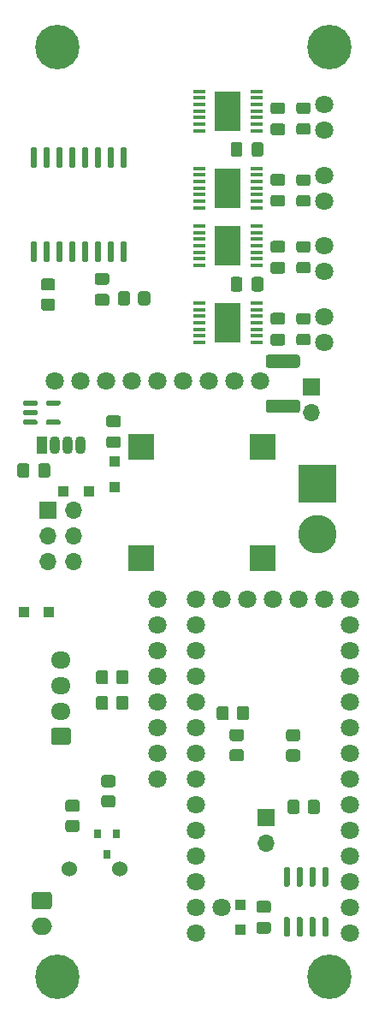
<source format=gbr>
%TF.GenerationSoftware,KiCad,Pcbnew,5.1.10*%
%TF.CreationDate,2021-06-27T22:38:49+02:00*%
%TF.ProjectId,fc_v2,66635f76-322e-46b6-9963-61645f706362,rev?*%
%TF.SameCoordinates,Original*%
%TF.FileFunction,Soldermask,Bot*%
%TF.FilePolarity,Negative*%
%FSLAX46Y46*%
G04 Gerber Fmt 4.6, Leading zero omitted, Abs format (unit mm)*
G04 Created by KiCad (PCBNEW 5.1.10) date 2021-06-27 22:38:49*
%MOMM*%
%LPD*%
G01*
G04 APERTURE LIST*
%ADD10O,2.000000X1.700000*%
%ADD11O,1.700000X1.700000*%
%ADD12R,1.700000X1.700000*%
%ADD13R,1.000000X1.000000*%
%ADD14C,0.700000*%
%ADD15C,4.400000*%
%ADD16R,0.800000X0.900000*%
%ADD17C,1.524000*%
%ADD18O,1.950000X1.700000*%
%ADD19C,1.800000*%
%ADD20R,1.310000X0.450000*%
%ADD21R,2.650000X4.000000*%
%ADD22C,0.800000*%
%ADD23C,3.800000*%
%ADD24R,3.800000X3.800000*%
%ADD25R,1.070000X1.800000*%
%ADD26O,1.070000X1.800000*%
%ADD27R,2.500000X2.500000*%
G04 APERTURE END LIST*
%TO.C,JP3*%
G36*
G01*
X149786000Y-95260000D02*
X146886000Y-95260000D01*
G75*
G02*
X146636000Y-95010000I0J250000D01*
G01*
X146636000Y-94210000D01*
G75*
G02*
X146886000Y-93960000I250000J0D01*
G01*
X149786000Y-93960000D01*
G75*
G02*
X150036000Y-94210000I0J-250000D01*
G01*
X150036000Y-95010000D01*
G75*
G02*
X149786000Y-95260000I-250000J0D01*
G01*
G37*
G36*
G01*
X149786000Y-99710000D02*
X146886000Y-99710000D01*
G75*
G02*
X146636000Y-99460000I0J250000D01*
G01*
X146636000Y-98660000D01*
G75*
G02*
X146886000Y-98410000I250000J0D01*
G01*
X149786000Y-98410000D01*
G75*
G02*
X150036000Y-98660000I0J-250000D01*
G01*
X150036000Y-99460000D01*
G75*
G02*
X149786000Y-99710000I-250000J0D01*
G01*
G37*
%TD*%
D10*
%TO.C,JP2*%
X124460000Y-150455000D03*
G36*
G01*
X123710000Y-147105000D02*
X125210000Y-147105000D01*
G75*
G02*
X125460000Y-147355000I0J-250000D01*
G01*
X125460000Y-148555000D01*
G75*
G02*
X125210000Y-148805000I-250000J0D01*
G01*
X123710000Y-148805000D01*
G75*
G02*
X123460000Y-148555000I0J250000D01*
G01*
X123460000Y-147355000D01*
G75*
G02*
X123710000Y-147105000I250000J0D01*
G01*
G37*
%TD*%
%TO.C,U17*%
G36*
G01*
X122610000Y-100770000D02*
X122610000Y-100520000D01*
G75*
G02*
X122735000Y-100395000I125000J0D01*
G01*
X123910000Y-100395000D01*
G75*
G02*
X124035000Y-100520000I0J-125000D01*
G01*
X124035000Y-100770000D01*
G75*
G02*
X123910000Y-100895000I-125000J0D01*
G01*
X122735000Y-100895000D01*
G75*
G02*
X122610000Y-100770000I0J125000D01*
G01*
G37*
G36*
G01*
X122610000Y-99820000D02*
X122610000Y-99570000D01*
G75*
G02*
X122735000Y-99445000I125000J0D01*
G01*
X123910000Y-99445000D01*
G75*
G02*
X124035000Y-99570000I0J-125000D01*
G01*
X124035000Y-99820000D01*
G75*
G02*
X123910000Y-99945000I-125000J0D01*
G01*
X122735000Y-99945000D01*
G75*
G02*
X122610000Y-99820000I0J125000D01*
G01*
G37*
G36*
G01*
X122610000Y-98870000D02*
X122610000Y-98620000D01*
G75*
G02*
X122735000Y-98495000I125000J0D01*
G01*
X123910000Y-98495000D01*
G75*
G02*
X124035000Y-98620000I0J-125000D01*
G01*
X124035000Y-98870000D01*
G75*
G02*
X123910000Y-98995000I-125000J0D01*
G01*
X122735000Y-98995000D01*
G75*
G02*
X122610000Y-98870000I0J125000D01*
G01*
G37*
G36*
G01*
X124885000Y-98870000D02*
X124885000Y-98620000D01*
G75*
G02*
X125010000Y-98495000I125000J0D01*
G01*
X126185000Y-98495000D01*
G75*
G02*
X126310000Y-98620000I0J-125000D01*
G01*
X126310000Y-98870000D01*
G75*
G02*
X126185000Y-98995000I-125000J0D01*
G01*
X125010000Y-98995000D01*
G75*
G02*
X124885000Y-98870000I0J125000D01*
G01*
G37*
G36*
G01*
X124885000Y-100770000D02*
X124885000Y-100520000D01*
G75*
G02*
X125010000Y-100395000I125000J0D01*
G01*
X126185000Y-100395000D01*
G75*
G02*
X126310000Y-100520000I0J-125000D01*
G01*
X126310000Y-100770000D01*
G75*
G02*
X126185000Y-100895000I-125000J0D01*
G01*
X125010000Y-100895000D01*
G75*
G02*
X124885000Y-100770000I0J125000D01*
G01*
G37*
%TD*%
D11*
%TO.C,SW1*%
X151130000Y-99695000D03*
D12*
X151130000Y-97155000D03*
%TD*%
D13*
%TO.C,D11*%
X129139000Y-107442000D03*
X126639000Y-107442000D03*
%TD*%
%TO.C,D9*%
X125202000Y-119380000D03*
X122702000Y-119380000D03*
%TD*%
%TO.C,D4*%
X144145000Y-148347000D03*
X144145000Y-150847000D03*
%TD*%
%TO.C,D1*%
X131699000Y-104532000D03*
X131699000Y-107032000D03*
%TD*%
D11*
%TO.C,JP1*%
X146685000Y-142240000D03*
D12*
X146685000Y-139700000D03*
%TD*%
D14*
%TO.C,H5*%
X154074726Y-62333274D03*
X152908000Y-61850000D03*
X151741274Y-62333274D03*
X151258000Y-63500000D03*
X151741274Y-64666726D03*
X152908000Y-65150000D03*
X154074726Y-64666726D03*
X154558000Y-63500000D03*
D15*
X152908000Y-63500000D03*
%TD*%
D14*
%TO.C,H4*%
X127150726Y-154281274D03*
X125984000Y-153798000D03*
X124817274Y-154281274D03*
X124334000Y-155448000D03*
X124817274Y-156614726D03*
X125984000Y-157098000D03*
X127150726Y-156614726D03*
X127634000Y-155448000D03*
D15*
X125984000Y-155448000D03*
%TD*%
D14*
%TO.C,H2*%
X127150726Y-62333274D03*
X125984000Y-61850000D03*
X124817274Y-62333274D03*
X124334000Y-63500000D03*
X124817274Y-64666726D03*
X125984000Y-65150000D03*
X127150726Y-64666726D03*
X127634000Y-63500000D03*
D15*
X125984000Y-63500000D03*
%TD*%
D14*
%TO.C,H1*%
X154074726Y-154281274D03*
X152908000Y-153798000D03*
X151741274Y-154281274D03*
X151258000Y-155448000D03*
X151741274Y-156614726D03*
X152908000Y-157098000D03*
X154074726Y-156614726D03*
X154558000Y-155448000D03*
D15*
X152908000Y-155448000D03*
%TD*%
D16*
%TO.C,Q1*%
X130937000Y-143367000D03*
X131887000Y-141367000D03*
X129987000Y-141367000D03*
%TD*%
D17*
%TO.C,BZ1*%
X132190500Y-144780000D03*
X127190500Y-144780000D03*
%TD*%
D11*
%TO.C,J1*%
X127635000Y-114427000D03*
X125095000Y-114427000D03*
X127635000Y-111887000D03*
X125095000Y-111887000D03*
X127635000Y-109347000D03*
D12*
X125095000Y-109347000D03*
%TD*%
%TO.C,C9*%
G36*
G01*
X123226500Y-104935000D02*
X123226500Y-105885000D01*
G75*
G02*
X122976500Y-106135000I-250000J0D01*
G01*
X122301500Y-106135000D01*
G75*
G02*
X122051500Y-105885000I0J250000D01*
G01*
X122051500Y-104935000D01*
G75*
G02*
X122301500Y-104685000I250000J0D01*
G01*
X122976500Y-104685000D01*
G75*
G02*
X123226500Y-104935000I0J-250000D01*
G01*
G37*
G36*
G01*
X125301500Y-104935000D02*
X125301500Y-105885000D01*
G75*
G02*
X125051500Y-106135000I-250000J0D01*
G01*
X124376500Y-106135000D01*
G75*
G02*
X124126500Y-105885000I0J250000D01*
G01*
X124126500Y-104935000D01*
G75*
G02*
X124376500Y-104685000I250000J0D01*
G01*
X125051500Y-104685000D01*
G75*
G02*
X125301500Y-104935000I0J-250000D01*
G01*
G37*
%TD*%
%TO.C,J2*%
G36*
G01*
X127090000Y-132549000D02*
X125640000Y-132549000D01*
G75*
G02*
X125390000Y-132299000I0J250000D01*
G01*
X125390000Y-131099000D01*
G75*
G02*
X125640000Y-130849000I250000J0D01*
G01*
X127090000Y-130849000D01*
G75*
G02*
X127340000Y-131099000I0J-250000D01*
G01*
X127340000Y-132299000D01*
G75*
G02*
X127090000Y-132549000I-250000J0D01*
G01*
G37*
D18*
X126365000Y-129199000D03*
X126365000Y-126699000D03*
X126365000Y-124199000D03*
%TD*%
D19*
%TO.C,U1*%
X154940000Y-151130000D03*
X154940000Y-148590000D03*
X154940000Y-146050000D03*
X154940000Y-143510000D03*
X154940000Y-140970000D03*
X154940000Y-138430000D03*
X154940000Y-135890000D03*
X154940000Y-133350000D03*
X154940000Y-130810000D03*
X154940000Y-128270000D03*
X154940000Y-125730000D03*
X154940000Y-123190000D03*
X154940000Y-120650000D03*
X142240000Y-148590000D03*
X139700000Y-151130000D03*
X139700000Y-148590000D03*
X139700000Y-146050000D03*
X139700000Y-143510000D03*
X139700000Y-140970000D03*
X139700000Y-138430000D03*
X139700000Y-135890000D03*
X139700000Y-133350000D03*
X139700000Y-130810000D03*
X139700000Y-128270000D03*
X139700000Y-125730000D03*
X139700000Y-123190000D03*
X139700000Y-120650000D03*
X154940000Y-118110000D03*
X152400000Y-118110000D03*
X149860000Y-118110000D03*
X139700000Y-118110000D03*
X142240000Y-118110000D03*
X144780000Y-118110000D03*
X147320000Y-118110000D03*
%TD*%
%TO.C,C1*%
G36*
G01*
X145956000Y-150056000D02*
X146906000Y-150056000D01*
G75*
G02*
X147156000Y-150306000I0J-250000D01*
G01*
X147156000Y-150981000D01*
G75*
G02*
X146906000Y-151231000I-250000J0D01*
G01*
X145956000Y-151231000D01*
G75*
G02*
X145706000Y-150981000I0J250000D01*
G01*
X145706000Y-150306000D01*
G75*
G02*
X145956000Y-150056000I250000J0D01*
G01*
G37*
G36*
G01*
X145956000Y-147981000D02*
X146906000Y-147981000D01*
G75*
G02*
X147156000Y-148231000I0J-250000D01*
G01*
X147156000Y-148906000D01*
G75*
G02*
X146906000Y-149156000I-250000J0D01*
G01*
X145956000Y-149156000D01*
G75*
G02*
X145706000Y-148906000I0J250000D01*
G01*
X145706000Y-148231000D01*
G75*
G02*
X145956000Y-147981000I250000J0D01*
G01*
G37*
%TD*%
%TO.C,U16*%
G36*
G01*
X132738000Y-84796000D02*
X132438000Y-84796000D01*
G75*
G02*
X132288000Y-84646000I0J150000D01*
G01*
X132288000Y-82896000D01*
G75*
G02*
X132438000Y-82746000I150000J0D01*
G01*
X132738000Y-82746000D01*
G75*
G02*
X132888000Y-82896000I0J-150000D01*
G01*
X132888000Y-84646000D01*
G75*
G02*
X132738000Y-84796000I-150000J0D01*
G01*
G37*
G36*
G01*
X131468000Y-84796000D02*
X131168000Y-84796000D01*
G75*
G02*
X131018000Y-84646000I0J150000D01*
G01*
X131018000Y-82896000D01*
G75*
G02*
X131168000Y-82746000I150000J0D01*
G01*
X131468000Y-82746000D01*
G75*
G02*
X131618000Y-82896000I0J-150000D01*
G01*
X131618000Y-84646000D01*
G75*
G02*
X131468000Y-84796000I-150000J0D01*
G01*
G37*
G36*
G01*
X130198000Y-84796000D02*
X129898000Y-84796000D01*
G75*
G02*
X129748000Y-84646000I0J150000D01*
G01*
X129748000Y-82896000D01*
G75*
G02*
X129898000Y-82746000I150000J0D01*
G01*
X130198000Y-82746000D01*
G75*
G02*
X130348000Y-82896000I0J-150000D01*
G01*
X130348000Y-84646000D01*
G75*
G02*
X130198000Y-84796000I-150000J0D01*
G01*
G37*
G36*
G01*
X128928000Y-84796000D02*
X128628000Y-84796000D01*
G75*
G02*
X128478000Y-84646000I0J150000D01*
G01*
X128478000Y-82896000D01*
G75*
G02*
X128628000Y-82746000I150000J0D01*
G01*
X128928000Y-82746000D01*
G75*
G02*
X129078000Y-82896000I0J-150000D01*
G01*
X129078000Y-84646000D01*
G75*
G02*
X128928000Y-84796000I-150000J0D01*
G01*
G37*
G36*
G01*
X127658000Y-84796000D02*
X127358000Y-84796000D01*
G75*
G02*
X127208000Y-84646000I0J150000D01*
G01*
X127208000Y-82896000D01*
G75*
G02*
X127358000Y-82746000I150000J0D01*
G01*
X127658000Y-82746000D01*
G75*
G02*
X127808000Y-82896000I0J-150000D01*
G01*
X127808000Y-84646000D01*
G75*
G02*
X127658000Y-84796000I-150000J0D01*
G01*
G37*
G36*
G01*
X126388000Y-84796000D02*
X126088000Y-84796000D01*
G75*
G02*
X125938000Y-84646000I0J150000D01*
G01*
X125938000Y-82896000D01*
G75*
G02*
X126088000Y-82746000I150000J0D01*
G01*
X126388000Y-82746000D01*
G75*
G02*
X126538000Y-82896000I0J-150000D01*
G01*
X126538000Y-84646000D01*
G75*
G02*
X126388000Y-84796000I-150000J0D01*
G01*
G37*
G36*
G01*
X125118000Y-84796000D02*
X124818000Y-84796000D01*
G75*
G02*
X124668000Y-84646000I0J150000D01*
G01*
X124668000Y-82896000D01*
G75*
G02*
X124818000Y-82746000I150000J0D01*
G01*
X125118000Y-82746000D01*
G75*
G02*
X125268000Y-82896000I0J-150000D01*
G01*
X125268000Y-84646000D01*
G75*
G02*
X125118000Y-84796000I-150000J0D01*
G01*
G37*
G36*
G01*
X123848000Y-84796000D02*
X123548000Y-84796000D01*
G75*
G02*
X123398000Y-84646000I0J150000D01*
G01*
X123398000Y-82896000D01*
G75*
G02*
X123548000Y-82746000I150000J0D01*
G01*
X123848000Y-82746000D01*
G75*
G02*
X123998000Y-82896000I0J-150000D01*
G01*
X123998000Y-84646000D01*
G75*
G02*
X123848000Y-84796000I-150000J0D01*
G01*
G37*
G36*
G01*
X123848000Y-75496000D02*
X123548000Y-75496000D01*
G75*
G02*
X123398000Y-75346000I0J150000D01*
G01*
X123398000Y-73596000D01*
G75*
G02*
X123548000Y-73446000I150000J0D01*
G01*
X123848000Y-73446000D01*
G75*
G02*
X123998000Y-73596000I0J-150000D01*
G01*
X123998000Y-75346000D01*
G75*
G02*
X123848000Y-75496000I-150000J0D01*
G01*
G37*
G36*
G01*
X125118000Y-75496000D02*
X124818000Y-75496000D01*
G75*
G02*
X124668000Y-75346000I0J150000D01*
G01*
X124668000Y-73596000D01*
G75*
G02*
X124818000Y-73446000I150000J0D01*
G01*
X125118000Y-73446000D01*
G75*
G02*
X125268000Y-73596000I0J-150000D01*
G01*
X125268000Y-75346000D01*
G75*
G02*
X125118000Y-75496000I-150000J0D01*
G01*
G37*
G36*
G01*
X126388000Y-75496000D02*
X126088000Y-75496000D01*
G75*
G02*
X125938000Y-75346000I0J150000D01*
G01*
X125938000Y-73596000D01*
G75*
G02*
X126088000Y-73446000I150000J0D01*
G01*
X126388000Y-73446000D01*
G75*
G02*
X126538000Y-73596000I0J-150000D01*
G01*
X126538000Y-75346000D01*
G75*
G02*
X126388000Y-75496000I-150000J0D01*
G01*
G37*
G36*
G01*
X127658000Y-75496000D02*
X127358000Y-75496000D01*
G75*
G02*
X127208000Y-75346000I0J150000D01*
G01*
X127208000Y-73596000D01*
G75*
G02*
X127358000Y-73446000I150000J0D01*
G01*
X127658000Y-73446000D01*
G75*
G02*
X127808000Y-73596000I0J-150000D01*
G01*
X127808000Y-75346000D01*
G75*
G02*
X127658000Y-75496000I-150000J0D01*
G01*
G37*
G36*
G01*
X128928000Y-75496000D02*
X128628000Y-75496000D01*
G75*
G02*
X128478000Y-75346000I0J150000D01*
G01*
X128478000Y-73596000D01*
G75*
G02*
X128628000Y-73446000I150000J0D01*
G01*
X128928000Y-73446000D01*
G75*
G02*
X129078000Y-73596000I0J-150000D01*
G01*
X129078000Y-75346000D01*
G75*
G02*
X128928000Y-75496000I-150000J0D01*
G01*
G37*
G36*
G01*
X130198000Y-75496000D02*
X129898000Y-75496000D01*
G75*
G02*
X129748000Y-75346000I0J150000D01*
G01*
X129748000Y-73596000D01*
G75*
G02*
X129898000Y-73446000I150000J0D01*
G01*
X130198000Y-73446000D01*
G75*
G02*
X130348000Y-73596000I0J-150000D01*
G01*
X130348000Y-75346000D01*
G75*
G02*
X130198000Y-75496000I-150000J0D01*
G01*
G37*
G36*
G01*
X131468000Y-75496000D02*
X131168000Y-75496000D01*
G75*
G02*
X131018000Y-75346000I0J150000D01*
G01*
X131018000Y-73596000D01*
G75*
G02*
X131168000Y-73446000I150000J0D01*
G01*
X131468000Y-73446000D01*
G75*
G02*
X131618000Y-73596000I0J-150000D01*
G01*
X131618000Y-75346000D01*
G75*
G02*
X131468000Y-75496000I-150000J0D01*
G01*
G37*
G36*
G01*
X132738000Y-75496000D02*
X132438000Y-75496000D01*
G75*
G02*
X132288000Y-75346000I0J150000D01*
G01*
X132288000Y-73596000D01*
G75*
G02*
X132438000Y-73446000I150000J0D01*
G01*
X132738000Y-73446000D01*
G75*
G02*
X132888000Y-73596000I0J-150000D01*
G01*
X132888000Y-75346000D01*
G75*
G02*
X132738000Y-75496000I-150000J0D01*
G01*
G37*
%TD*%
%TO.C,U4*%
G36*
G01*
X152677000Y-151532000D02*
X152377000Y-151532000D01*
G75*
G02*
X152227000Y-151382000I0J150000D01*
G01*
X152227000Y-149732000D01*
G75*
G02*
X152377000Y-149582000I150000J0D01*
G01*
X152677000Y-149582000D01*
G75*
G02*
X152827000Y-149732000I0J-150000D01*
G01*
X152827000Y-151382000D01*
G75*
G02*
X152677000Y-151532000I-150000J0D01*
G01*
G37*
G36*
G01*
X151407000Y-151532000D02*
X151107000Y-151532000D01*
G75*
G02*
X150957000Y-151382000I0J150000D01*
G01*
X150957000Y-149732000D01*
G75*
G02*
X151107000Y-149582000I150000J0D01*
G01*
X151407000Y-149582000D01*
G75*
G02*
X151557000Y-149732000I0J-150000D01*
G01*
X151557000Y-151382000D01*
G75*
G02*
X151407000Y-151532000I-150000J0D01*
G01*
G37*
G36*
G01*
X150137000Y-151532000D02*
X149837000Y-151532000D01*
G75*
G02*
X149687000Y-151382000I0J150000D01*
G01*
X149687000Y-149732000D01*
G75*
G02*
X149837000Y-149582000I150000J0D01*
G01*
X150137000Y-149582000D01*
G75*
G02*
X150287000Y-149732000I0J-150000D01*
G01*
X150287000Y-151382000D01*
G75*
G02*
X150137000Y-151532000I-150000J0D01*
G01*
G37*
G36*
G01*
X148867000Y-151532000D02*
X148567000Y-151532000D01*
G75*
G02*
X148417000Y-151382000I0J150000D01*
G01*
X148417000Y-149732000D01*
G75*
G02*
X148567000Y-149582000I150000J0D01*
G01*
X148867000Y-149582000D01*
G75*
G02*
X149017000Y-149732000I0J-150000D01*
G01*
X149017000Y-151382000D01*
G75*
G02*
X148867000Y-151532000I-150000J0D01*
G01*
G37*
G36*
G01*
X148867000Y-146582000D02*
X148567000Y-146582000D01*
G75*
G02*
X148417000Y-146432000I0J150000D01*
G01*
X148417000Y-144782000D01*
G75*
G02*
X148567000Y-144632000I150000J0D01*
G01*
X148867000Y-144632000D01*
G75*
G02*
X149017000Y-144782000I0J-150000D01*
G01*
X149017000Y-146432000D01*
G75*
G02*
X148867000Y-146582000I-150000J0D01*
G01*
G37*
G36*
G01*
X150137000Y-146582000D02*
X149837000Y-146582000D01*
G75*
G02*
X149687000Y-146432000I0J150000D01*
G01*
X149687000Y-144782000D01*
G75*
G02*
X149837000Y-144632000I150000J0D01*
G01*
X150137000Y-144632000D01*
G75*
G02*
X150287000Y-144782000I0J-150000D01*
G01*
X150287000Y-146432000D01*
G75*
G02*
X150137000Y-146582000I-150000J0D01*
G01*
G37*
G36*
G01*
X151407000Y-146582000D02*
X151107000Y-146582000D01*
G75*
G02*
X150957000Y-146432000I0J150000D01*
G01*
X150957000Y-144782000D01*
G75*
G02*
X151107000Y-144632000I150000J0D01*
G01*
X151407000Y-144632000D01*
G75*
G02*
X151557000Y-144782000I0J-150000D01*
G01*
X151557000Y-146432000D01*
G75*
G02*
X151407000Y-146582000I-150000J0D01*
G01*
G37*
G36*
G01*
X152677000Y-146582000D02*
X152377000Y-146582000D01*
G75*
G02*
X152227000Y-146432000I0J150000D01*
G01*
X152227000Y-144782000D01*
G75*
G02*
X152377000Y-144632000I150000J0D01*
G01*
X152677000Y-144632000D01*
G75*
G02*
X152827000Y-144782000I0J-150000D01*
G01*
X152827000Y-146432000D01*
G75*
G02*
X152677000Y-146582000I-150000J0D01*
G01*
G37*
%TD*%
%TO.C,R13*%
G36*
G01*
X149984000Y-138233999D02*
X149984000Y-139134001D01*
G75*
G02*
X149734001Y-139384000I-249999J0D01*
G01*
X149033999Y-139384000D01*
G75*
G02*
X148784000Y-139134001I0J249999D01*
G01*
X148784000Y-138233999D01*
G75*
G02*
X149033999Y-137984000I249999J0D01*
G01*
X149734001Y-137984000D01*
G75*
G02*
X149984000Y-138233999I0J-249999D01*
G01*
G37*
G36*
G01*
X151984000Y-138233999D02*
X151984000Y-139134001D01*
G75*
G02*
X151734001Y-139384000I-249999J0D01*
G01*
X151033999Y-139384000D01*
G75*
G02*
X150784000Y-139134001I0J249999D01*
G01*
X150784000Y-138233999D01*
G75*
G02*
X151033999Y-137984000I249999J0D01*
G01*
X151734001Y-137984000D01*
G75*
G02*
X151984000Y-138233999I0J-249999D01*
G01*
G37*
%TD*%
D20*
%TO.C,U14*%
X140025000Y-71800000D03*
X140025000Y-71150000D03*
X140025000Y-70500000D03*
X140030000Y-69850000D03*
X140025000Y-69200000D03*
X140025000Y-68550000D03*
X140025000Y-67900000D03*
X145725000Y-67900000D03*
X145725000Y-68550000D03*
X145725000Y-69200000D03*
X145725000Y-69850000D03*
X145725000Y-70500000D03*
X145725000Y-71150000D03*
X145725000Y-71800000D03*
D21*
X142875000Y-69850000D03*
D22*
X142036800Y-71374000D03*
X143713200Y-71374000D03*
X142875000Y-71374000D03*
X142036800Y-69951600D03*
X142875000Y-69951600D03*
X143713200Y-69951600D03*
X142036800Y-68478400D03*
X142875000Y-68478400D03*
X143713200Y-68478400D03*
%TD*%
D20*
%TO.C,U13*%
X140025000Y-79420000D03*
X140025000Y-78770000D03*
X140025000Y-78120000D03*
X140030000Y-77470000D03*
X140025000Y-76820000D03*
X140025000Y-76170000D03*
X140025000Y-75520000D03*
X145725000Y-75520000D03*
X145725000Y-76170000D03*
X145725000Y-76820000D03*
X145725000Y-77470000D03*
X145725000Y-78120000D03*
X145725000Y-78770000D03*
X145725000Y-79420000D03*
D21*
X142875000Y-77470000D03*
D22*
X142036800Y-78994000D03*
X143713200Y-78994000D03*
X142875000Y-78994000D03*
X142036800Y-77571600D03*
X142875000Y-77571600D03*
X143713200Y-77571600D03*
X142036800Y-76098400D03*
X142875000Y-76098400D03*
X143713200Y-76098400D03*
%TD*%
D20*
%TO.C,U12*%
X140025000Y-85135000D03*
X140025000Y-84485000D03*
X140025000Y-83835000D03*
X140030000Y-83185000D03*
X140025000Y-82535000D03*
X140025000Y-81885000D03*
X140025000Y-81235000D03*
X145725000Y-81235000D03*
X145725000Y-81885000D03*
X145725000Y-82535000D03*
X145725000Y-83185000D03*
X145725000Y-83835000D03*
X145725000Y-84485000D03*
X145725000Y-85135000D03*
D21*
X142875000Y-83185000D03*
D22*
X142036800Y-84709000D03*
X143713200Y-84709000D03*
X142875000Y-84709000D03*
X142036800Y-83286600D03*
X142875000Y-83286600D03*
X143713200Y-83286600D03*
X142036800Y-81813400D03*
X142875000Y-81813400D03*
X143713200Y-81813400D03*
%TD*%
D20*
%TO.C,U11*%
X140025000Y-92755000D03*
X140025000Y-92105000D03*
X140025000Y-91455000D03*
X140030000Y-90805000D03*
X140025000Y-90155000D03*
X140025000Y-89505000D03*
X140025000Y-88855000D03*
X145725000Y-88855000D03*
X145725000Y-89505000D03*
X145725000Y-90155000D03*
X145725000Y-90805000D03*
X145725000Y-91455000D03*
X145725000Y-92105000D03*
X145725000Y-92755000D03*
D21*
X142875000Y-90805000D03*
D22*
X142036800Y-92329000D03*
X143713200Y-92329000D03*
X142875000Y-92329000D03*
X142036800Y-90906600D03*
X142875000Y-90906600D03*
X143713200Y-90906600D03*
X142036800Y-89433400D03*
X142875000Y-89433400D03*
X143713200Y-89433400D03*
%TD*%
%TO.C,R10*%
G36*
G01*
X148901999Y-133004000D02*
X149802001Y-133004000D01*
G75*
G02*
X150052000Y-133253999I0J-249999D01*
G01*
X150052000Y-133954001D01*
G75*
G02*
X149802001Y-134204000I-249999J0D01*
G01*
X148901999Y-134204000D01*
G75*
G02*
X148652000Y-133954001I0J249999D01*
G01*
X148652000Y-133253999D01*
G75*
G02*
X148901999Y-133004000I249999J0D01*
G01*
G37*
G36*
G01*
X148901999Y-131004000D02*
X149802001Y-131004000D01*
G75*
G02*
X150052000Y-131253999I0J-249999D01*
G01*
X150052000Y-131954001D01*
G75*
G02*
X149802001Y-132204000I-249999J0D01*
G01*
X148901999Y-132204000D01*
G75*
G02*
X148652000Y-131954001I0J249999D01*
G01*
X148652000Y-131253999D01*
G75*
G02*
X148901999Y-131004000I249999J0D01*
G01*
G37*
%TD*%
%TO.C,R9*%
G36*
G01*
X127958001Y-139173000D02*
X127057999Y-139173000D01*
G75*
G02*
X126808000Y-138923001I0J249999D01*
G01*
X126808000Y-138222999D01*
G75*
G02*
X127057999Y-137973000I249999J0D01*
G01*
X127958001Y-137973000D01*
G75*
G02*
X128208000Y-138222999I0J-249999D01*
G01*
X128208000Y-138923001D01*
G75*
G02*
X127958001Y-139173000I-249999J0D01*
G01*
G37*
G36*
G01*
X127958001Y-141173000D02*
X127057999Y-141173000D01*
G75*
G02*
X126808000Y-140923001I0J249999D01*
G01*
X126808000Y-140222999D01*
G75*
G02*
X127057999Y-139973000I249999J0D01*
G01*
X127958001Y-139973000D01*
G75*
G02*
X128208000Y-140222999I0J-249999D01*
G01*
X128208000Y-140923001D01*
G75*
G02*
X127958001Y-141173000I-249999J0D01*
G01*
G37*
%TD*%
%TO.C,R8*%
G36*
G01*
X134004000Y-88842001D02*
X134004000Y-87941999D01*
G75*
G02*
X134253999Y-87692000I249999J0D01*
G01*
X134954001Y-87692000D01*
G75*
G02*
X135204000Y-87941999I0J-249999D01*
G01*
X135204000Y-88842001D01*
G75*
G02*
X134954001Y-89092000I-249999J0D01*
G01*
X134253999Y-89092000D01*
G75*
G02*
X134004000Y-88842001I0J249999D01*
G01*
G37*
G36*
G01*
X132004000Y-88842001D02*
X132004000Y-87941999D01*
G75*
G02*
X132253999Y-87692000I249999J0D01*
G01*
X132954001Y-87692000D01*
G75*
G02*
X133204000Y-87941999I0J-249999D01*
G01*
X133204000Y-88842001D01*
G75*
G02*
X132954001Y-89092000I-249999J0D01*
G01*
X132253999Y-89092000D01*
G75*
G02*
X132004000Y-88842001I0J249999D01*
G01*
G37*
%TD*%
%TO.C,R6*%
G36*
G01*
X131514001Y-136744000D02*
X130613999Y-136744000D01*
G75*
G02*
X130364000Y-136494001I0J249999D01*
G01*
X130364000Y-135793999D01*
G75*
G02*
X130613999Y-135544000I249999J0D01*
G01*
X131514001Y-135544000D01*
G75*
G02*
X131764000Y-135793999I0J-249999D01*
G01*
X131764000Y-136494001D01*
G75*
G02*
X131514001Y-136744000I-249999J0D01*
G01*
G37*
G36*
G01*
X131514001Y-138744000D02*
X130613999Y-138744000D01*
G75*
G02*
X130364000Y-138494001I0J249999D01*
G01*
X130364000Y-137793999D01*
G75*
G02*
X130613999Y-137544000I249999J0D01*
G01*
X131514001Y-137544000D01*
G75*
G02*
X131764000Y-137793999I0J-249999D01*
G01*
X131764000Y-138494001D01*
G75*
G02*
X131514001Y-138744000I-249999J0D01*
G01*
G37*
%TD*%
%TO.C,R5*%
G36*
G01*
X125545001Y-87611000D02*
X124644999Y-87611000D01*
G75*
G02*
X124395000Y-87361001I0J249999D01*
G01*
X124395000Y-86660999D01*
G75*
G02*
X124644999Y-86411000I249999J0D01*
G01*
X125545001Y-86411000D01*
G75*
G02*
X125795000Y-86660999I0J-249999D01*
G01*
X125795000Y-87361001D01*
G75*
G02*
X125545001Y-87611000I-249999J0D01*
G01*
G37*
G36*
G01*
X125545001Y-89611000D02*
X124644999Y-89611000D01*
G75*
G02*
X124395000Y-89361001I0J249999D01*
G01*
X124395000Y-88660999D01*
G75*
G02*
X124644999Y-88411000I249999J0D01*
G01*
X125545001Y-88411000D01*
G75*
G02*
X125795000Y-88660999I0J-249999D01*
G01*
X125795000Y-89361001D01*
G75*
G02*
X125545001Y-89611000I-249999J0D01*
G01*
G37*
%TD*%
%TO.C,R4*%
G36*
G01*
X131045000Y-127946999D02*
X131045000Y-128847001D01*
G75*
G02*
X130795001Y-129097000I-249999J0D01*
G01*
X130094999Y-129097000D01*
G75*
G02*
X129845000Y-128847001I0J249999D01*
G01*
X129845000Y-127946999D01*
G75*
G02*
X130094999Y-127697000I249999J0D01*
G01*
X130795001Y-127697000D01*
G75*
G02*
X131045000Y-127946999I0J-249999D01*
G01*
G37*
G36*
G01*
X133045000Y-127946999D02*
X133045000Y-128847001D01*
G75*
G02*
X132795001Y-129097000I-249999J0D01*
G01*
X132094999Y-129097000D01*
G75*
G02*
X131845000Y-128847001I0J249999D01*
G01*
X131845000Y-127946999D01*
G75*
G02*
X132094999Y-127697000I249999J0D01*
G01*
X132795001Y-127697000D01*
G75*
G02*
X133045000Y-127946999I0J-249999D01*
G01*
G37*
%TD*%
%TO.C,R3*%
G36*
G01*
X131045000Y-125406999D02*
X131045000Y-126307001D01*
G75*
G02*
X130795001Y-126557000I-249999J0D01*
G01*
X130094999Y-126557000D01*
G75*
G02*
X129845000Y-126307001I0J249999D01*
G01*
X129845000Y-125406999D01*
G75*
G02*
X130094999Y-125157000I249999J0D01*
G01*
X130795001Y-125157000D01*
G75*
G02*
X131045000Y-125406999I0J-249999D01*
G01*
G37*
G36*
G01*
X133045000Y-125406999D02*
X133045000Y-126307001D01*
G75*
G02*
X132795001Y-126557000I-249999J0D01*
G01*
X132094999Y-126557000D01*
G75*
G02*
X131845000Y-126307001I0J249999D01*
G01*
X131845000Y-125406999D01*
G75*
G02*
X132094999Y-125157000I249999J0D01*
G01*
X132795001Y-125157000D01*
G75*
G02*
X133045000Y-125406999I0J-249999D01*
G01*
G37*
%TD*%
%TO.C,R2*%
G36*
G01*
X143313999Y-132988000D02*
X144214001Y-132988000D01*
G75*
G02*
X144464000Y-133237999I0J-249999D01*
G01*
X144464000Y-133938001D01*
G75*
G02*
X144214001Y-134188000I-249999J0D01*
G01*
X143313999Y-134188000D01*
G75*
G02*
X143064000Y-133938001I0J249999D01*
G01*
X143064000Y-133237999D01*
G75*
G02*
X143313999Y-132988000I249999J0D01*
G01*
G37*
G36*
G01*
X143313999Y-130988000D02*
X144214001Y-130988000D01*
G75*
G02*
X144464000Y-131237999I0J-249999D01*
G01*
X144464000Y-131938001D01*
G75*
G02*
X144214001Y-132188000I-249999J0D01*
G01*
X143313999Y-132188000D01*
G75*
G02*
X143064000Y-131938001I0J249999D01*
G01*
X143064000Y-131237999D01*
G75*
G02*
X143313999Y-130988000I249999J0D01*
G01*
G37*
%TD*%
%TO.C,R1*%
G36*
G01*
X142983000Y-128962999D02*
X142983000Y-129863001D01*
G75*
G02*
X142733001Y-130113000I-249999J0D01*
G01*
X142032999Y-130113000D01*
G75*
G02*
X141783000Y-129863001I0J249999D01*
G01*
X141783000Y-128962999D01*
G75*
G02*
X142032999Y-128713000I249999J0D01*
G01*
X142733001Y-128713000D01*
G75*
G02*
X142983000Y-128962999I0J-249999D01*
G01*
G37*
G36*
G01*
X144983000Y-128962999D02*
X144983000Y-129863001D01*
G75*
G02*
X144733001Y-130113000I-249999J0D01*
G01*
X144032999Y-130113000D01*
G75*
G02*
X143783000Y-129863001I0J249999D01*
G01*
X143783000Y-128962999D01*
G75*
G02*
X144032999Y-128713000I249999J0D01*
G01*
X144733001Y-128713000D01*
G75*
G02*
X144983000Y-128962999I0J-249999D01*
G01*
G37*
%TD*%
%TO.C,D12*%
G36*
G01*
X149917999Y-71062000D02*
X150818001Y-71062000D01*
G75*
G02*
X151068000Y-71311999I0J-249999D01*
G01*
X151068000Y-71962001D01*
G75*
G02*
X150818001Y-72212000I-249999J0D01*
G01*
X149917999Y-72212000D01*
G75*
G02*
X149668000Y-71962001I0J249999D01*
G01*
X149668000Y-71311999D01*
G75*
G02*
X149917999Y-71062000I249999J0D01*
G01*
G37*
G36*
G01*
X149917999Y-69012000D02*
X150818001Y-69012000D01*
G75*
G02*
X151068000Y-69261999I0J-249999D01*
G01*
X151068000Y-69912001D01*
G75*
G02*
X150818001Y-70162000I-249999J0D01*
G01*
X149917999Y-70162000D01*
G75*
G02*
X149668000Y-69912001I0J249999D01*
G01*
X149668000Y-69261999D01*
G75*
G02*
X149917999Y-69012000I249999J0D01*
G01*
G37*
%TD*%
%TO.C,D10*%
G36*
G01*
X149917999Y-78165000D02*
X150818001Y-78165000D01*
G75*
G02*
X151068000Y-78414999I0J-249999D01*
G01*
X151068000Y-79065001D01*
G75*
G02*
X150818001Y-79315000I-249999J0D01*
G01*
X149917999Y-79315000D01*
G75*
G02*
X149668000Y-79065001I0J249999D01*
G01*
X149668000Y-78414999D01*
G75*
G02*
X149917999Y-78165000I249999J0D01*
G01*
G37*
G36*
G01*
X149917999Y-76115000D02*
X150818001Y-76115000D01*
G75*
G02*
X151068000Y-76364999I0J-249999D01*
G01*
X151068000Y-77015001D01*
G75*
G02*
X150818001Y-77265000I-249999J0D01*
G01*
X149917999Y-77265000D01*
G75*
G02*
X149668000Y-77015001I0J249999D01*
G01*
X149668000Y-76364999D01*
G75*
G02*
X149917999Y-76115000I249999J0D01*
G01*
G37*
%TD*%
%TO.C,D8*%
G36*
G01*
X149917999Y-84778000D02*
X150818001Y-84778000D01*
G75*
G02*
X151068000Y-85027999I0J-249999D01*
G01*
X151068000Y-85678001D01*
G75*
G02*
X150818001Y-85928000I-249999J0D01*
G01*
X149917999Y-85928000D01*
G75*
G02*
X149668000Y-85678001I0J249999D01*
G01*
X149668000Y-85027999D01*
G75*
G02*
X149917999Y-84778000I249999J0D01*
G01*
G37*
G36*
G01*
X149917999Y-82728000D02*
X150818001Y-82728000D01*
G75*
G02*
X151068000Y-82977999I0J-249999D01*
G01*
X151068000Y-83628001D01*
G75*
G02*
X150818001Y-83878000I-249999J0D01*
G01*
X149917999Y-83878000D01*
G75*
G02*
X149668000Y-83628001I0J249999D01*
G01*
X149668000Y-82977999D01*
G75*
G02*
X149917999Y-82728000I249999J0D01*
G01*
G37*
%TD*%
%TO.C,D6*%
G36*
G01*
X149917999Y-91890000D02*
X150818001Y-91890000D01*
G75*
G02*
X151068000Y-92139999I0J-249999D01*
G01*
X151068000Y-92790001D01*
G75*
G02*
X150818001Y-93040000I-249999J0D01*
G01*
X149917999Y-93040000D01*
G75*
G02*
X149668000Y-92790001I0J249999D01*
G01*
X149668000Y-92139999D01*
G75*
G02*
X149917999Y-91890000I249999J0D01*
G01*
G37*
G36*
G01*
X149917999Y-89840000D02*
X150818001Y-89840000D01*
G75*
G02*
X151068000Y-90089999I0J-249999D01*
G01*
X151068000Y-90740001D01*
G75*
G02*
X150818001Y-90990000I-249999J0D01*
G01*
X149917999Y-90990000D01*
G75*
G02*
X149668000Y-90740001I0J249999D01*
G01*
X149668000Y-90089999D01*
G75*
G02*
X149917999Y-89840000I249999J0D01*
G01*
G37*
%TD*%
%TO.C,C12*%
G36*
G01*
X144330000Y-73185000D02*
X144330000Y-74135000D01*
G75*
G02*
X144080000Y-74385000I-250000J0D01*
G01*
X143405000Y-74385000D01*
G75*
G02*
X143155000Y-74135000I0J250000D01*
G01*
X143155000Y-73185000D01*
G75*
G02*
X143405000Y-72935000I250000J0D01*
G01*
X144080000Y-72935000D01*
G75*
G02*
X144330000Y-73185000I0J-250000D01*
G01*
G37*
G36*
G01*
X146405000Y-73185000D02*
X146405000Y-74135000D01*
G75*
G02*
X146155000Y-74385000I-250000J0D01*
G01*
X145480000Y-74385000D01*
G75*
G02*
X145230000Y-74135000I0J250000D01*
G01*
X145230000Y-73185000D01*
G75*
G02*
X145480000Y-72935000I250000J0D01*
G01*
X146155000Y-72935000D01*
G75*
G02*
X146405000Y-73185000I0J-250000D01*
G01*
G37*
%TD*%
%TO.C,C10*%
G36*
G01*
X144330000Y-86520000D02*
X144330000Y-87470000D01*
G75*
G02*
X144080000Y-87720000I-250000J0D01*
G01*
X143405000Y-87720000D01*
G75*
G02*
X143155000Y-87470000I0J250000D01*
G01*
X143155000Y-86520000D01*
G75*
G02*
X143405000Y-86270000I250000J0D01*
G01*
X144080000Y-86270000D01*
G75*
G02*
X144330000Y-86520000I0J-250000D01*
G01*
G37*
G36*
G01*
X146405000Y-86520000D02*
X146405000Y-87470000D01*
G75*
G02*
X146155000Y-87720000I-250000J0D01*
G01*
X145480000Y-87720000D01*
G75*
G02*
X145230000Y-87470000I0J250000D01*
G01*
X145230000Y-86520000D01*
G75*
G02*
X145480000Y-86270000I250000J0D01*
G01*
X146155000Y-86270000D01*
G75*
G02*
X146405000Y-86520000I0J-250000D01*
G01*
G37*
%TD*%
%TO.C,C8*%
G36*
G01*
X148303000Y-70183500D02*
X147353000Y-70183500D01*
G75*
G02*
X147103000Y-69933500I0J250000D01*
G01*
X147103000Y-69258500D01*
G75*
G02*
X147353000Y-69008500I250000J0D01*
G01*
X148303000Y-69008500D01*
G75*
G02*
X148553000Y-69258500I0J-250000D01*
G01*
X148553000Y-69933500D01*
G75*
G02*
X148303000Y-70183500I-250000J0D01*
G01*
G37*
G36*
G01*
X148303000Y-72258500D02*
X147353000Y-72258500D01*
G75*
G02*
X147103000Y-72008500I0J250000D01*
G01*
X147103000Y-71333500D01*
G75*
G02*
X147353000Y-71083500I250000J0D01*
G01*
X148303000Y-71083500D01*
G75*
G02*
X148553000Y-71333500I0J-250000D01*
G01*
X148553000Y-72008500D01*
G75*
G02*
X148303000Y-72258500I-250000J0D01*
G01*
G37*
%TD*%
%TO.C,C7*%
G36*
G01*
X148303000Y-77252500D02*
X147353000Y-77252500D01*
G75*
G02*
X147103000Y-77002500I0J250000D01*
G01*
X147103000Y-76327500D01*
G75*
G02*
X147353000Y-76077500I250000J0D01*
G01*
X148303000Y-76077500D01*
G75*
G02*
X148553000Y-76327500I0J-250000D01*
G01*
X148553000Y-77002500D01*
G75*
G02*
X148303000Y-77252500I-250000J0D01*
G01*
G37*
G36*
G01*
X148303000Y-79327500D02*
X147353000Y-79327500D01*
G75*
G02*
X147103000Y-79077500I0J250000D01*
G01*
X147103000Y-78402500D01*
G75*
G02*
X147353000Y-78152500I250000J0D01*
G01*
X148303000Y-78152500D01*
G75*
G02*
X148553000Y-78402500I0J-250000D01*
G01*
X148553000Y-79077500D01*
G75*
G02*
X148303000Y-79327500I-250000J0D01*
G01*
G37*
%TD*%
%TO.C,C6*%
G36*
G01*
X148303000Y-83878000D02*
X147353000Y-83878000D01*
G75*
G02*
X147103000Y-83628000I0J250000D01*
G01*
X147103000Y-82953000D01*
G75*
G02*
X147353000Y-82703000I250000J0D01*
G01*
X148303000Y-82703000D01*
G75*
G02*
X148553000Y-82953000I0J-250000D01*
G01*
X148553000Y-83628000D01*
G75*
G02*
X148303000Y-83878000I-250000J0D01*
G01*
G37*
G36*
G01*
X148303000Y-85953000D02*
X147353000Y-85953000D01*
G75*
G02*
X147103000Y-85703000I0J250000D01*
G01*
X147103000Y-85028000D01*
G75*
G02*
X147353000Y-84778000I250000J0D01*
G01*
X148303000Y-84778000D01*
G75*
G02*
X148553000Y-85028000I0J-250000D01*
G01*
X148553000Y-85703000D01*
G75*
G02*
X148303000Y-85953000I-250000J0D01*
G01*
G37*
%TD*%
%TO.C,C5*%
G36*
G01*
X148303000Y-90990000D02*
X147353000Y-90990000D01*
G75*
G02*
X147103000Y-90740000I0J250000D01*
G01*
X147103000Y-90065000D01*
G75*
G02*
X147353000Y-89815000I250000J0D01*
G01*
X148303000Y-89815000D01*
G75*
G02*
X148553000Y-90065000I0J-250000D01*
G01*
X148553000Y-90740000D01*
G75*
G02*
X148303000Y-90990000I-250000J0D01*
G01*
G37*
G36*
G01*
X148303000Y-93065000D02*
X147353000Y-93065000D01*
G75*
G02*
X147103000Y-92815000I0J250000D01*
G01*
X147103000Y-92140000D01*
G75*
G02*
X147353000Y-91890000I250000J0D01*
G01*
X148303000Y-91890000D01*
G75*
G02*
X148553000Y-92140000I0J-250000D01*
G01*
X148553000Y-92815000D01*
G75*
G02*
X148303000Y-93065000I-250000J0D01*
G01*
G37*
%TD*%
%TO.C,C4*%
G36*
G01*
X132047000Y-101128500D02*
X131097000Y-101128500D01*
G75*
G02*
X130847000Y-100878500I0J250000D01*
G01*
X130847000Y-100203500D01*
G75*
G02*
X131097000Y-99953500I250000J0D01*
G01*
X132047000Y-99953500D01*
G75*
G02*
X132297000Y-100203500I0J-250000D01*
G01*
X132297000Y-100878500D01*
G75*
G02*
X132047000Y-101128500I-250000J0D01*
G01*
G37*
G36*
G01*
X132047000Y-103203500D02*
X131097000Y-103203500D01*
G75*
G02*
X130847000Y-102953500I0J250000D01*
G01*
X130847000Y-102278500D01*
G75*
G02*
X131097000Y-102028500I250000J0D01*
G01*
X132047000Y-102028500D01*
G75*
G02*
X132297000Y-102278500I0J-250000D01*
G01*
X132297000Y-102953500D01*
G75*
G02*
X132047000Y-103203500I-250000J0D01*
G01*
G37*
%TD*%
%TO.C,C2*%
G36*
G01*
X129954000Y-87953000D02*
X130904000Y-87953000D01*
G75*
G02*
X131154000Y-88203000I0J-250000D01*
G01*
X131154000Y-88878000D01*
G75*
G02*
X130904000Y-89128000I-250000J0D01*
G01*
X129954000Y-89128000D01*
G75*
G02*
X129704000Y-88878000I0J250000D01*
G01*
X129704000Y-88203000D01*
G75*
G02*
X129954000Y-87953000I250000J0D01*
G01*
G37*
G36*
G01*
X129954000Y-85878000D02*
X130904000Y-85878000D01*
G75*
G02*
X131154000Y-86128000I0J-250000D01*
G01*
X131154000Y-86803000D01*
G75*
G02*
X130904000Y-87053000I-250000J0D01*
G01*
X129954000Y-87053000D01*
G75*
G02*
X129704000Y-86803000I0J250000D01*
G01*
X129704000Y-86128000D01*
G75*
G02*
X129954000Y-85878000I250000J0D01*
G01*
G37*
%TD*%
D23*
%TO.C,U5*%
X151765000Y-111680000D03*
D24*
X151765000Y-106680000D03*
%TD*%
D19*
%TO.C,U9*%
X152400000Y-76200000D03*
X152400000Y-78740000D03*
%TD*%
%TO.C,U2*%
X146050000Y-96520000D03*
X143510000Y-96520000D03*
X140970000Y-96520000D03*
X138430000Y-96520000D03*
X135890000Y-96520000D03*
X133350000Y-96520000D03*
X130810000Y-96520000D03*
X128270000Y-96520000D03*
X125730000Y-96520000D03*
%TD*%
D25*
%TO.C,D2*%
X124460000Y-102870000D03*
D26*
X125730000Y-102870000D03*
X127000000Y-102870000D03*
X128270000Y-102870000D03*
%TD*%
D19*
%TO.C,U10*%
X152400000Y-69215000D03*
X152400000Y-71755000D03*
%TD*%
%TO.C,U8*%
X152400000Y-83185000D03*
X152400000Y-85725000D03*
%TD*%
%TO.C,U7*%
X152400000Y-90170000D03*
X152400000Y-92710000D03*
%TD*%
D27*
%TO.C,U6*%
X134335000Y-114085000D03*
X134335000Y-103085000D03*
X146335000Y-103085000D03*
X146335000Y-114085000D03*
%TD*%
D19*
%TO.C,U3*%
X135890000Y-135890000D03*
X135890000Y-133350000D03*
X135890000Y-130810000D03*
X135890000Y-128270000D03*
X135890000Y-125730000D03*
X135890000Y-123190000D03*
X135890000Y-120650000D03*
X135890000Y-118110000D03*
%TD*%
M02*

</source>
